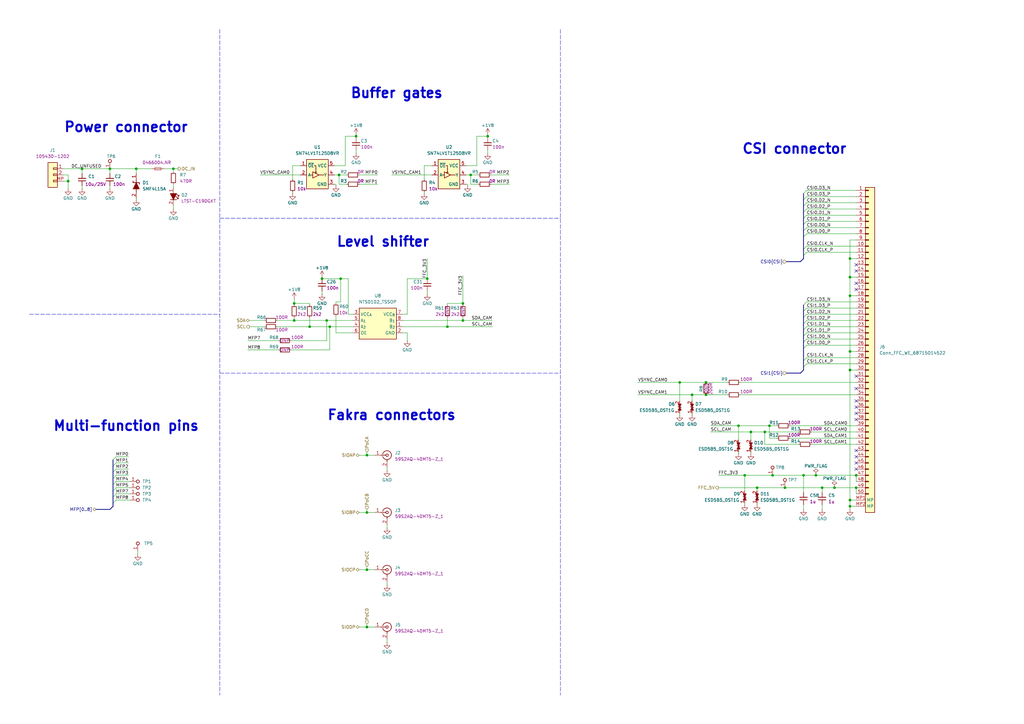
<source format=kicad_sch>
(kicad_sch (version 20211123) (generator eeschema)
  (paper "A3")
  (title_block (title "GMSL Deserializer") (date "2023-12-12") (rev "1.0.0") (company "Antmicro Ltd") (comment 1 "www.antmicro.com"))
  (junction (at 289.56 156.845))
  (junction (at 71.12 69.215))
  (junction (at 127 133.985))
  (junction (at 302.895 174.625))
  (junction (at 348.615 113.665))
  (junction (at 150.495 233.68))
  (junction (at 33.655 69.215))
  (junction (at 348.615 207.645))
  (junction (at 183.515 133.985))
  (junction (at 307.975 177.165))
  (junction (at 193.04 71.755))
  (junction (at 342.265 200.025))
  (junction (at 351.155 194.945))
  (junction (at 120.65 131.445))
  (junction (at 189.865 124.46))
  (junction (at 133.985 131.445))
  (junction (at 200.025 55.88))
  (junction (at 120.65 124.46))
  (junction (at 283.845 161.925))
  (junction (at 348.615 144.145))
  (junction (at 348.615 121.285))
  (junction (at 321.945 200.025))
  (junction (at 139.065 71.755))
  (junction (at 278.765 156.845))
  (junction (at 45.085 69.215))
  (junction (at 337.185 200.025))
  (junction (at 135.255 133.985))
  (junction (at 289.56 161.925))
  (junction (at 313.69 177.165))
  (junction (at 348.615 106.045))
  (junction (at 150.495 210.185))
  (junction (at 316.865 194.945))
  (junction (at 150.495 257.175))
  (junction (at 55.88 69.215))
  (junction (at 175.26 114.3))
  (junction (at 348.615 205.105))
  (junction (at 305.435 194.945))
  (junction (at 146.05 55.88))
  (junction (at 315.595 174.625))
  (junction (at 27.94 74.295))
  (junction (at 334.645 194.945))
  (junction (at 348.615 151.765))
  (junction (at 351.155 200.025))
  (junction (at 329.565 194.945))
  (junction (at 310.515 200.025))
  (junction (at 139.7 114.3))
  (junction (at 150.495 186.69))
  (junction (at 132.08 114.3))
  (junction (at 189.865 131.445))
  (no_connect (at 351.155 164.465))
  (no_connect (at 351.155 159.385))
  (no_connect (at 351.155 111.125))
  (no_connect (at 351.155 184.785))
  (no_connect (at 351.155 172.085))
  (no_connect (at 351.155 169.545))
  (no_connect (at 351.155 108.585))
  (no_connect (at 351.155 118.745))
  (no_connect (at 351.155 154.305))
  (no_connect (at 351.155 167.005))
  (no_connect (at 351.155 189.865))
  (no_connect (at 351.155 187.325))
  (no_connect (at 351.155 192.405))
  (no_connect (at 351.155 116.205))
  (bus_entry (at 330.835 126.365) (size -1.27 1.27))
  (bus_entry (at 330.835 131.445) (size -1.27 1.27))
  (bus_entry (at 330.835 136.525) (size -1.27 1.27))
  (bus_entry (at 330.835 85.725) (size -1.27 1.27))
  (bus_entry (at 330.835 78.105) (size -1.27 1.27))
  (bus_entry (at 47.625 189.865) (size -1.27 1.27))
  (bus_entry (at 47.625 194.945) (size -1.27 1.27))
  (bus_entry (at 330.835 146.685) (size -1.27 1.27))
  (bus_entry (at 330.835 133.985) (size -1.27 1.27))
  (bus_entry (at 330.835 90.805) (size -1.27 1.27))
  (bus_entry (at 330.835 88.265) (size -1.27 1.27))
  (bus_entry (at 330.835 95.885) (size -1.27 1.27))
  (bus_entry (at 47.625 187.325) (size -1.27 1.27))
  (bus_entry (at 330.835 128.905) (size -1.27 1.27))
  (bus_entry (at 330.835 100.965) (size -1.27 1.27))
  (bus_entry (at 330.835 141.605) (size -1.27 1.27))
  (bus_entry (at 330.835 93.345) (size -1.27 1.27))
  (bus_entry (at 330.835 149.225) (size -1.27 1.27))
  (bus_entry (at 330.835 139.065) (size -1.27 1.27))
  (bus_entry (at 330.835 123.825) (size -1.27 1.27))
  (bus_entry (at 330.835 103.505) (size -1.27 1.27))
  (bus_entry (at 330.835 83.185) (size -1.27 1.27))
  (bus_entry (at 47.625 197.485) (size -1.27 1.27))
  (bus_entry (at 47.625 200.025) (size -1.27 1.27))
  (bus_entry (at 47.625 202.565) (size -1.27 1.27))
  (bus_entry (at 47.625 205.105) (size -1.27 1.27))
  (bus_entry (at 47.625 192.405) (size -1.27 1.27))
  (bus_entry (at 330.835 80.645) (size -1.27 1.27))
  (wire (pts (xy 196.215 75.565) (xy 193.04 75.565)))
  (wire (pts (xy 330.835 126.365) (xy 351.155 126.365)))
  (wire (pts (xy 348.615 205.105) (xy 351.155 205.105)))
  (wire (pts (xy 167.005 114.3) (xy 167.005 128.905)))
  (wire (pts (xy 348.615 121.285) (xy 348.615 144.145)))
  (wire (pts (xy 303.53 161.925) (xy 351.155 161.925)))
  (bus (pts (xy 46.355 188.595) (xy 46.355 191.135)))
  (wire (pts (xy 195.58 67.945) (xy 195.58 55.88)))
  (wire (pts (xy 47.625 189.865) (xy 52.705 189.865)))
  (wire (pts (xy 283.845 169.545) (xy 283.845 170.18)))
  (wire (pts (xy 113.665 131.445) (xy 120.65 131.445)))
  (wire (pts (xy 189.865 124.46) (xy 189.865 125.095)))
  (wire (pts (xy 283.845 161.925) (xy 283.845 164.465)))
  (wire (pts (xy 132.08 114.3) (xy 139.7 114.3)))
  (wire (pts (xy 291.465 174.625) (xy 302.895 174.625)))
  (wire (pts (xy 137.795 124.46) (xy 137.795 123.825)))
  (wire (pts (xy 191.135 67.945) (xy 195.58 67.945)))
  (wire (pts (xy 119.38 139.7) (xy 133.985 139.7)))
  (wire (pts (xy 114.3 139.7) (xy 101.6 139.7)))
  (wire (pts (xy 302.895 185.42) (xy 302.895 186.055)))
  (wire (pts (xy 144.78 136.525) (xy 137.795 136.525)))
  (wire (pts (xy 289.56 161.925) (xy 298.45 161.925)))
  (wire (pts (xy 142.24 75.565) (xy 139.065 75.565)))
  (wire (pts (xy 147.32 186.69) (xy 150.495 186.69)))
  (wire (pts (xy 307.975 177.165) (xy 313.69 177.165)))
  (wire (pts (xy 45.085 69.215) (xy 45.085 71.12)))
  (polyline (pts (xy 90.17 12.065) (xy 90.17 285.115)))
  (wire (pts (xy 120.015 73.66) (xy 120.015 67.945)))
  (wire (pts (xy 330.835 95.885) (xy 351.155 95.885)))
  (bus (pts (xy 45.085 208.915) (xy 39.37 208.915)))
  (wire (pts (xy 261.62 161.925) (xy 283.845 161.925)))
  (bus (pts (xy 329.565 84.455) (xy 329.565 86.995)))
  (bus (pts (xy 329.565 151.765) (xy 328.295 153.035)))
  (wire (pts (xy 47.625 187.325) (xy 52.705 187.325)))
  (wire (pts (xy 47.625 202.565) (xy 53.34 202.565)))
  (wire (pts (xy 133.985 131.445) (xy 144.78 131.445)))
  (wire (pts (xy 127 124.46) (xy 127 125.095)))
  (wire (pts (xy 348.615 205.105) (xy 348.615 207.645)))
  (bus (pts (xy 46.355 198.755) (xy 46.355 201.295)))
  (wire (pts (xy 139.065 75.565) (xy 139.065 71.755)))
  (wire (pts (xy 120.65 122.555) (xy 120.65 124.46)))
  (wire (pts (xy 142.875 114.3) (xy 142.875 128.905)))
  (wire (pts (xy 316.865 194.945) (xy 329.565 194.945)))
  (wire (pts (xy 147.32 233.68) (xy 150.495 233.68)))
  (wire (pts (xy 147.32 257.175) (xy 150.495 257.175)))
  (wire (pts (xy 139.7 114.3) (xy 142.875 114.3)))
  (wire (pts (xy 119.38 143.51) (xy 135.255 143.51)))
  (wire (pts (xy 165.1 136.525) (xy 167.005 136.525)))
  (wire (pts (xy 310.515 206.375) (xy 310.515 207.01)))
  (wire (pts (xy 147.32 75.565) (xy 154.94 75.565)))
  (polyline (pts (xy 90.17 89.535) (xy 229.87 89.535)))
  (wire (pts (xy 348.615 207.645) (xy 351.155 207.645)))
  (wire (pts (xy 120.65 130.175) (xy 120.65 131.445)))
  (wire (pts (xy 313.69 177.165) (xy 327.66 177.165)))
  (wire (pts (xy 330.835 85.725) (xy 351.155 85.725)))
  (wire (pts (xy 330.835 88.265) (xy 351.155 88.265)))
  (wire (pts (xy 150.495 186.69) (xy 153.67 186.69)))
  (wire (pts (xy 135.255 143.51) (xy 135.255 133.985)))
  (wire (pts (xy 150.495 257.175) (xy 153.67 257.175)))
  (wire (pts (xy 132.08 113.665) (xy 132.08 114.3)))
  (wire (pts (xy 33.655 69.215) (xy 45.085 69.215)))
  (wire (pts (xy 348.615 121.285) (xy 351.155 121.285)))
  (bus (pts (xy 329.565 127.635) (xy 329.565 130.175)))
  (wire (pts (xy 330.835 93.345) (xy 351.155 93.345)))
  (wire (pts (xy 47.625 197.485) (xy 53.34 197.485)))
  (wire (pts (xy 139.065 71.755) (xy 142.24 71.755)))
  (wire (pts (xy 291.465 177.165) (xy 307.975 177.165)))
  (wire (pts (xy 302.895 174.625) (xy 315.595 174.625)))
  (wire (pts (xy 47.625 205.105) (xy 53.34 205.105)))
  (bus (pts (xy 329.565 150.495) (xy 329.565 151.765)))
  (wire (pts (xy 146.05 61.595) (xy 146.05 62.865)))
  (wire (pts (xy 167.005 128.905) (xy 165.1 128.905)))
  (bus (pts (xy 329.565 86.995) (xy 329.565 89.535)))
  (wire (pts (xy 160.655 71.755) (xy 177.165 71.755)))
  (wire (pts (xy 330.835 90.805) (xy 351.155 90.805)))
  (wire (pts (xy 200.025 55.245) (xy 200.025 55.88)))
  (wire (pts (xy 318.77 179.705) (xy 315.595 179.705)))
  (bus (pts (xy 46.355 203.835) (xy 46.355 206.375)))
  (wire (pts (xy 348.615 151.765) (xy 348.615 205.105)))
  (wire (pts (xy 158.75 238.76) (xy 158.75 240.03)))
  (wire (pts (xy 195.58 55.88) (xy 200.025 55.88)))
  (wire (pts (xy 183.515 133.985) (xy 201.93 133.985)))
  (wire (pts (xy 135.255 133.985) (xy 144.78 133.985)))
  (wire (pts (xy 330.835 80.645) (xy 351.155 80.645)))
  (wire (pts (xy 278.765 169.545) (xy 278.765 170.18)))
  (bus (pts (xy 328.295 107.315) (xy 322.58 107.315)))
  (wire (pts (xy 330.835 100.965) (xy 351.155 100.965)))
  (wire (pts (xy 348.615 144.145) (xy 348.615 151.765)))
  (wire (pts (xy 305.435 194.945) (xy 305.435 201.295)))
  (wire (pts (xy 55.88 81.915) (xy 55.88 81.28)))
  (bus (pts (xy 329.565 132.715) (xy 329.565 135.255)))
  (wire (pts (xy 348.615 144.145) (xy 351.155 144.145)))
  (wire (pts (xy 348.615 207.645) (xy 348.615 208.915)))
  (wire (pts (xy 71.12 69.215) (xy 71.12 70.485)))
  (wire (pts (xy 305.435 194.945) (xy 316.865 194.945)))
  (wire (pts (xy 330.835 83.185) (xy 351.155 83.185)))
  (wire (pts (xy 261.62 156.845) (xy 278.765 156.845)))
  (wire (pts (xy 150.495 208.915) (xy 150.495 210.185)))
  (wire (pts (xy 329.565 207.01) (xy 329.565 208.915)))
  (bus (pts (xy 329.565 92.075) (xy 329.565 94.615)))
  (wire (pts (xy 201.295 71.755) (xy 208.915 71.755)))
  (wire (pts (xy 307.975 177.165) (xy 307.975 180.34)))
  (wire (pts (xy 201.295 75.565) (xy 208.915 75.565)))
  (wire (pts (xy 330.835 146.685) (xy 351.155 146.685)))
  (wire (pts (xy 45.085 69.215) (xy 55.88 69.215)))
  (wire (pts (xy 348.615 98.425) (xy 348.615 106.045)))
  (wire (pts (xy 302.895 174.625) (xy 302.895 180.34)))
  (wire (pts (xy 127 133.985) (xy 135.255 133.985)))
  (wire (pts (xy 337.185 200.025) (xy 337.185 201.93)))
  (wire (pts (xy 323.85 179.705) (xy 351.155 179.705)))
  (bus (pts (xy 46.355 207.645) (xy 45.085 208.915)))
  (wire (pts (xy 305.435 206.375) (xy 305.435 207.01)))
  (bus (pts (xy 329.565 81.915) (xy 329.565 84.455)))
  (wire (pts (xy 141.605 55.88) (xy 146.05 55.88)))
  (wire (pts (xy 189.865 124.46) (xy 183.515 124.46)))
  (wire (pts (xy 120.65 131.445) (xy 133.985 131.445)))
  (bus (pts (xy 46.355 191.135) (xy 46.355 193.675)))
  (wire (pts (xy 165.1 133.985) (xy 183.515 133.985)))
  (bus (pts (xy 46.355 206.375) (xy 46.355 207.645)))
  (wire (pts (xy 120.015 67.945) (xy 123.19 67.945)))
  (wire (pts (xy 315.595 174.625) (xy 318.77 174.625)))
  (wire (pts (xy 200.025 55.88) (xy 200.025 56.515)))
  (wire (pts (xy 141.605 67.945) (xy 141.605 55.88)))
  (wire (pts (xy 189.865 113.03) (xy 189.865 124.46)))
  (wire (pts (xy 201.93 131.445) (xy 189.865 131.445)))
  (bus (pts (xy 46.355 193.675) (xy 46.355 196.215)))
  (polyline (pts (xy 90.17 153.035) (xy 229.87 153.035)))
  (wire (pts (xy 289.56 156.845) (xy 298.45 156.845)))
  (bus (pts (xy 329.565 97.155) (xy 329.565 102.235)))
  (wire (pts (xy 132.08 119.38) (xy 132.08 120.65)))
  (wire (pts (xy 323.85 174.625) (xy 351.155 174.625)))
  (polyline (pts (xy 229.87 12.065) (xy 229.87 285.115)))
  (wire (pts (xy 348.615 106.045) (xy 348.615 113.665)))
  (wire (pts (xy 330.835 128.905) (xy 351.155 128.905)))
  (bus (pts (xy 329.565 79.375) (xy 329.565 81.915)))
  (wire (pts (xy 175.26 106.045) (xy 175.26 114.3)))
  (wire (pts (xy 330.835 149.225) (xy 351.155 149.225)))
  (wire (pts (xy 55.88 69.215) (xy 62.23 69.215)))
  (wire (pts (xy 329.565 194.945) (xy 329.565 201.93)))
  (wire (pts (xy 294.64 200.025) (xy 310.515 200.025)))
  (wire (pts (xy 27.94 74.295) (xy 27.94 77.47)))
  (wire (pts (xy 191.77 75.565) (xy 191.77 76.2)))
  (polyline (pts (xy 12.065 128.905) (xy 90.17 128.905)))
  (wire (pts (xy 158.75 262.255) (xy 158.75 263.525)))
  (wire (pts (xy 351.155 98.425) (xy 348.615 98.425)))
  (wire (pts (xy 330.835 139.065) (xy 351.155 139.065)))
  (wire (pts (xy 337.185 200.025) (xy 342.265 200.025)))
  (wire (pts (xy 114.3 143.51) (xy 101.6 143.51)))
  (wire (pts (xy 137.795 75.565) (xy 137.795 76.2)))
  (wire (pts (xy 56.515 226.06) (xy 56.515 227.33)))
  (wire (pts (xy 71.12 69.215) (xy 73.025 69.215)))
  (wire (pts (xy 113.665 133.985) (xy 127 133.985)))
  (wire (pts (xy 150.495 255.905) (xy 150.495 257.175)))
  (wire (pts (xy 106.68 71.755) (xy 123.19 71.755)))
  (wire (pts (xy 27.94 71.755) (xy 27.94 74.295)))
  (wire (pts (xy 348.615 151.765) (xy 351.155 151.765)))
  (wire (pts (xy 175.26 119.38) (xy 175.26 120.65)))
  (bus (pts (xy 329.565 135.255) (xy 329.565 137.795)))
  (bus (pts (xy 329.565 89.535) (xy 329.565 92.075)))
  (wire (pts (xy 150.495 232.41) (xy 150.495 233.68)))
  (wire (pts (xy 26.035 69.215) (xy 33.655 69.215)))
  (wire (pts (xy 330.835 78.105) (xy 351.155 78.105)))
  (wire (pts (xy 330.835 123.825) (xy 351.155 123.825)))
  (wire (pts (xy 33.655 77.47) (xy 33.655 76.2)))
  (wire (pts (xy 330.835 133.985) (xy 351.155 133.985)))
  (wire (pts (xy 173.99 73.66) (xy 173.99 67.945)))
  (wire (pts (xy 158.75 215.265) (xy 158.75 216.535)))
  (wire (pts (xy 307.975 185.42) (xy 307.975 186.055)))
  (bus (pts (xy 329.565 142.875) (xy 329.565 147.955)))
  (wire (pts (xy 120.015 78.74) (xy 120.015 79.375)))
  (wire (pts (xy 351.155 197.485) (xy 351.155 194.945)))
  (wire (pts (xy 150.495 185.42) (xy 150.495 186.69)))
  (wire (pts (xy 147.32 71.755) (xy 154.94 71.755)))
  (wire (pts (xy 137.16 71.755) (xy 139.065 71.755)))
  (wire (pts (xy 45.085 76.2) (xy 45.085 77.47)))
  (wire (pts (xy 137.795 136.525) (xy 137.795 129.54)))
  (wire (pts (xy 26.035 74.295) (xy 27.94 74.295)))
  (wire (pts (xy 165.1 131.445) (xy 189.865 131.445)))
  (wire (pts (xy 47.625 192.405) (xy 52.705 192.405)))
  (bus (pts (xy 46.355 196.215) (xy 46.355 198.755)))
  (wire (pts (xy 175.26 114.3) (xy 167.005 114.3)))
  (wire (pts (xy 332.74 177.165) (xy 351.155 177.165)))
  (wire (pts (xy 330.835 131.445) (xy 351.155 131.445)))
  (wire (pts (xy 193.04 75.565) (xy 193.04 71.755)))
  (wire (pts (xy 102.235 131.445) (xy 108.585 131.445)))
  (wire (pts (xy 283.845 161.925) (xy 289.56 161.925)))
  (wire (pts (xy 327.66 182.245) (xy 313.69 182.245)))
  (wire (pts (xy 191.135 75.565) (xy 191.77 75.565)))
  (wire (pts (xy 47.625 194.945) (xy 52.705 194.945)))
  (wire (pts (xy 348.615 113.665) (xy 351.155 113.665)))
  (wire (pts (xy 173.99 78.74) (xy 173.99 79.375)))
  (bus (pts (xy 329.565 104.775) (xy 329.565 106.045)))
  (wire (pts (xy 337.185 207.01) (xy 337.185 208.915)))
  (wire (pts (xy 191.135 71.755) (xy 193.04 71.755)))
  (wire (pts (xy 167.005 136.525) (xy 167.005 139.7)))
  (wire (pts (xy 278.765 156.845) (xy 278.765 164.465)))
  (wire (pts (xy 146.05 55.88) (xy 146.05 56.515)))
  (wire (pts (xy 142.875 128.905) (xy 144.78 128.905)))
  (wire (pts (xy 158.75 191.77) (xy 158.75 193.04)))
  (bus (pts (xy 46.355 201.295) (xy 46.355 203.835)))
  (wire (pts (xy 183.515 124.46) (xy 183.515 125.095)))
  (bus (pts (xy 329.565 147.955) (xy 329.565 150.495)))
  (wire (pts (xy 102.235 133.985) (xy 108.585 133.985)))
  (wire (pts (xy 332.74 182.245) (xy 351.155 182.245)))
  (wire (pts (xy 55.88 69.215) (xy 55.88 71.12)))
  (wire (pts (xy 321.945 200.025) (xy 310.515 200.025)))
  (wire (pts (xy 120.65 124.46) (xy 120.65 125.095)))
  (wire (pts (xy 330.835 103.505) (xy 351.155 103.505)))
  (wire (pts (xy 71.12 75.565) (xy 71.12 76.835)))
  (wire (pts (xy 137.795 123.825) (xy 139.7 123.825)))
  (wire (pts (xy 139.7 123.825) (xy 139.7 114.3)))
  (wire (pts (xy 303.53 156.845) (xy 351.155 156.845)))
  (wire (pts (xy 147.32 210.185) (xy 150.495 210.185)))
  (wire (pts (xy 330.835 141.605) (xy 351.155 141.605)))
  (wire (pts (xy 26.035 71.755) (xy 27.94 71.755)))
  (wire (pts (xy 137.16 75.565) (xy 137.795 75.565)))
  (wire (pts (xy 146.05 55.245) (xy 146.05 55.88)))
  (wire (pts (xy 348.615 106.045) (xy 351.155 106.045)))
  (wire (pts (xy 120.65 124.46) (xy 127 124.46)))
  (wire (pts (xy 313.69 182.245) (xy 313.69 177.165)))
  (bus (pts (xy 329.565 130.175) (xy 329.565 132.715)))
  (bus (pts (xy 329.565 140.335) (xy 329.565 142.875)))
  (wire (pts (xy 71.12 84.455) (xy 71.12 85.725)))
  (wire (pts (xy 351.155 202.565) (xy 351.155 200.025)))
  (wire (pts (xy 67.31 69.215) (xy 71.12 69.215)))
  (wire (pts (xy 348.615 113.665) (xy 348.615 121.285)))
  (bus (pts (xy 329.565 125.095) (xy 329.565 127.635)))
  (wire (pts (xy 200.025 61.595) (xy 200.025 62.865)))
  (wire (pts (xy 193.04 71.755) (xy 196.215 71.755)))
  (wire (pts (xy 127 130.175) (xy 127 133.985)))
  (wire (pts (xy 321.945 200.025) (xy 337.185 200.025)))
  (wire (pts (xy 173.99 67.945) (xy 177.165 67.945)))
  (bus (pts (xy 329.565 94.615) (xy 329.565 97.155)))
  (bus (pts (xy 329.565 106.045) (xy 328.295 107.315)))
  (wire (pts (xy 334.645 194.945) (xy 351.155 194.945)))
  (wire (pts (xy 189.865 130.175) (xy 189.865 131.445)))
  (wire (pts (xy 315.595 179.705) (xy 315.595 174.625)))
  (wire (pts (xy 33.655 69.215) (xy 33.655 71.12)))
  (bus (pts (xy 329.565 137.795) (xy 329.565 140.335)))
  (bus (pts (xy 329.565 102.235) (xy 329.565 104.775)))
  (wire (pts (xy 342.265 200.025) (xy 351.155 200.025)))
  (wire (pts (xy 150.495 210.185) (xy 153.67 210.185)))
  (wire (pts (xy 133.985 139.7) (xy 133.985 131.445)))
  (wire (pts (xy 330.835 136.525) (xy 351.155 136.525)))
  (bus (pts (xy 328.295 153.035) (xy 322.58 153.035)))
  (wire (pts (xy 150.495 233.68) (xy 153.67 233.68)))
  (wire (pts (xy 310.515 200.025) (xy 310.515 201.295)))
  (wire (pts (xy 329.565 194.945) (xy 334.645 194.945)))
  (wire (pts (xy 294.64 194.945) (xy 305.435 194.945)))
  (wire (pts (xy 183.515 130.175) (xy 183.515 133.985)))
  (wire (pts (xy 137.16 67.945) (xy 141.605 67.945)))
  (wire (pts (xy 278.765 156.845) (xy 289.56 156.845)))
  (wire (pts (xy 47.625 200.025) (xy 53.34 200.025)))
  (text "Multi-function pins" (at 21.59 177.165 0) (effects (font (size 4 4) (thickness 0.8) bold) (justify left bottom)))
  (text "CSI connector" (at 304.165 63.5 0) (effects (font (size 4 4) (thickness 0.8) bold) (justify left bottom)))
  (text "Fakra connectors" (at 133.985 172.72 0) (effects (font (size 4 4) (thickness 0.8) bold) (justify left bottom)))
  (text "Buffer gates" (at 143.51 40.64 0) (effects (font (size 4 4) (thickness 0.8) bold) (justify left bottom)))
  (text "Power connector" (at 26.035 54.61 0) (effects (font (size 4 4) (thickness 0.8) bold) (justify left bottom)))
  (text "Level shifter" (at 137.795 101.6 0) (effects (font (size 4 4) (thickness 0.8) bold) (justify left bottom)))
  (label "VSYNC_CAM0" (at 106.68 71.755 0))
  (label "CSI0.CLK_P" (at 330.835 103.505 0))
  (label "MFP1" (at 154.94 75.565 180))
  (label "MFP1" (at 52.705 189.865 180))
  (label "MFP0" (at 154.94 71.755 180))
  (label "CSI0.D1_N" (at 330.835 88.265 0))
  (label "CSI1.CLK_N" (at 330.835 146.685 0))
  (label "MFP3" (at 52.705 194.945 180))
  (label "SCL_CAM0" (at 337.82 177.165 0))
  (label "MFP5" (at 52.705 200.025 180))
  (label "VSYNC_CAM1" (at 261.62 161.925 0))
  (label "CSI0.CLK_N" (at 330.835 100.965 0))
  (label "SCL_CAM" (at 201.93 133.985 180))
  (label "FFC_3V3" (at 189.865 113.03 270))
  (label "MFP7" (at 52.705 202.565 180))
  (label "VSYNC_CAM0" (at 261.62 156.845 0))
  (label "CSI1.D0_N" (at 330.835 139.065 0))
  (label "CSI1.D3_N" (at 330.835 123.825 0))
  (label "CSI0.D2_P" (at 330.835 85.725 0))
  (label "SDA_CAM1" (at 337.82 179.705 0))
  (label "SCL_CAM" (at 291.465 177.165 0))
  (label "CSI0.D2_N" (at 330.835 83.185 0))
  (label "SDA_CAM0" (at 337.82 174.625 0))
  (label "SCL_CAM1" (at 337.82 182.245 0))
  (label "CSI0.D0_P" (at 330.835 95.885 0))
  (label "CSI1.CLK_P" (at 330.835 149.225 0))
  (label "CSI0.D1_P" (at 330.835 90.805 0))
  (label "MFP8" (at 52.705 205.105 180))
  (label "SDA_CAM" (at 201.93 131.445 180))
  (label "MFP7" (at 101.6 139.7 0))
  (label "FFC_3V3" (at 294.64 194.945 0))
  (label "CSI1.D3_P" (at 330.835 126.365 0))
  (label "CSI1.D1_N" (at 330.835 133.985 0))
  (label "CSI0.D3_P" (at 330.835 80.645 0))
  (label "SDA_CAM" (at 291.465 174.625 0))
  (label "CSI1.D1_P" (at 330.835 136.525 0))
  (label "DC_UNFUSED" (at 29.21 69.215 0))
  (label "CSI1.D2_P" (at 330.835 131.445 0))
  (label "CSI1.D2_N" (at 330.835 128.905 0))
  (label "MFP3" (at 208.915 75.565 180))
  (label "MFP8" (at 101.6 143.51 0))
  (label "CSI0.D0_N" (at 330.835 93.345 0))
  (label "MFP0" (at 52.705 187.325 180))
  (label "FFC_3V3" (at 175.26 106.045 270))
  (label "MFP4" (at 52.705 197.485 180))
  (label "CSI0.D3_N" (at 330.835 78.105 0))
  (label "MFP2" (at 208.915 71.755 180))
  (label "VSYNC_CAM1" (at 160.655 71.755 0))
  (label "CSI1.D0_P" (at 330.835 141.605 0))
  (label "MFP2" (at 52.705 192.405 180))
  (hierarchical_label "SIOCP" (shape bidirectional) (at 147.32 233.68 180))
  (hierarchical_label "CSI1{CSI}" (shape input) (at 322.58 153.035 180))
  (hierarchical_label "PoCD" (shape input) (at 150.495 255.905 90))
  (hierarchical_label "PoCB" (shape input) (at 150.495 208.915 90))
  (hierarchical_label "CSI0{CSI}" (shape input) (at 322.58 107.315 180))
  (hierarchical_label "SIOAP" (shape bidirectional) (at 147.32 186.69 180))
  (hierarchical_label "SCL" (shape output) (at 102.235 133.985 180))
  (hierarchical_label "SDA" (shape bidirectional) (at 102.235 131.445 180))
  (hierarchical_label "FFC_5V" (shape output) (at 294.64 200.025 180))
  (hierarchical_label "MFP[0..8]" (shape bidirectional) (at 39.37 208.915 180))
  (hierarchical_label "SIOBP" (shape bidirectional) (at 147.32 210.185 180))
  (hierarchical_label "PoCA" (shape input) (at 150.495 185.42 90))
  (hierarchical_label "SIODP" (shape bidirectional) (at 147.32 257.175 180))
  (hierarchical_label "DC_IN" (shape output) (at 73.025 69.215 0))
  (hierarchical_label "PoCC" (shape input) (at 150.495 232.41 90))
  (symbol (lib_id "antmicroTVSDiodes:ESD5B5_0ST1G") (at 278.765 169.545 90) (unit 1)
    (property "Reference" "D6" (at 276.86 165.735 90) (effects (justify left)))
    (property "Value" "ESD5B5_0ST1G" (at 262.255 168.275 90) (effects (justify right)))
    (property "Footprint" "antmicro-footprints:SOD-523_NP" (effects hide))
    (property "Datasheet" "https://www.mouser.com/datasheet/2/308/ESD5B5_0ST1_D-1805066.pdf" (effects hide))
    (property "Manufacturer" "ON Semiconductor" (effects hide))
    (property "MPN" "ESD5B5.0ST1G" (effects hide))
    (property "Author" "Antmicro" (effects hide))
    (property "License" "Apache-2.0" (effects hide))
  )
  (symbol (lib_id "antmicroResistors0402:R_10k_0402") (at 137.795 129.54 90) (unit 1)
    (property "Reference" "R60" (at 139.065 125.73 90) (effects (justify right)))
    (property "Value" "R_10k_0402" (effects hide))
    (property "Footprint" "antmicro-footprints:R_0402_1005Metric" (effects hide))
    (property "Datasheet" "https://www.bourns.com/docs/product-datasheets/cr.pdf" (effects hide))
    (property "MPN" "CR0402-FX-1002GLF" (effects hide))
    (property "Manufacturer" "Bourns" (effects hide))
    (property "License" "Apache-2.0" (effects hide))
    (property "Author" "Antmicro" (effects hide))
    (property "Val" "10k" (at 139.065 128.27 90) (effects (justify right)))
    (property "Tolerance" "1%" (effects hide))
  )
  (symbol (lib_id "antmicroCapacitors0402:C_100n_0402") (at 175.26 119.38 270) (mirror x) (unit 1)
    (property "Reference" "C31" (at 173.355 115.57 90) (effects (justify right)))
    (property "Value" "C_100n_0402" (effects hide))
    (property "Footprint" "antmicro-footprints:C_0402_1005Metric" (effects hide))
    (property "Datasheet" "https://www.murata.com/products/productdetail?partno=GRM155R61H104KE14%23" (effects hide))
    (property "MPN" "GRM155R61H104KE14D" (effects hide))
    (property "Manufacturer" "Murata" (effects hide))
    (property "License" "Apache-2.0" (effects hide))
    (property "Author" "Antmicro" (effects hide))
    (property "Val" "100n" (at 173.355 118.11 90) (effects (justify right)))
    (property "Voltage" "50V" (effects hide))
    (property "Dielectric" "X5R" (effects hide))
  )
  (symbol (lib_id "antmicropower:+1V8") (at 132.08 113.665 0) (mirror y) (unit 1)
    (property "Reference" "#PWR02" (effects hide))
    (property "Value" "+1V8" (at 132.08 109.855 0))
    (property "Author" "Antmicro" (effects hide))
    (property "License" "Apache-2.0" (effects hide))
  )
  (symbol (lib_id "antmicroCapacitors0402:C_100n_0402") (at 132.08 119.38 90) (unit 1)
    (property "Reference" "C26" (at 133.985 115.57 90) (effects (justify right)))
    (property "Value" "C_100n_0402" (effects hide))
    (property "Footprint" "antmicro-footprints:C_0402_1005Metric" (effects hide))
    (property "Datasheet" "https://www.murata.com/products/productdetail?partno=GRM155R61H104KE14%23" (effects hide))
    (property "MPN" "GRM155R61H104KE14D" (effects hide))
    (property "Manufacturer" "Murata" (effects hide))
    (property "License" "Apache-2.0" (effects hide))
    (property "Author" "Antmicro" (effects hide))
    (property "Val" "100n" (at 133.985 118.11 90) (effects (justify right)))
    (property "Voltage" "50V" (effects hide))
    (property "Dielectric" "X5R" (effects hide))
  )
  (symbol (lib_id "antmicroCoaxialConnectorsRF:Conn_FAKRA_59S2AQ-40MT5-Z_1") (at 153.67 210.185 0) (unit 1)
    (property "Reference" "J3" (at 161.925 209.2716 0) (effects (justify left)))
    (property "Value" "Conn_FAKRA_59S2AQ-40MT5-Z_1" (effects hide))
    (property "Footprint" "antmicro-footprints:Conn_FAKRA_59S2AQ-40MT5-Z_1" (effects hide))
    (property "Datasheet" "https://products.rosenberger.com/radio-frequency/connectors/288881/59s2aq-40mt5-z-1-right-angle-plug-pcb-w.-housing" (effects hide))
    (property "MPN" "59S2AQ-40MT5-Z_1" (at 161.925 211.8116 0) (effects (justify left)))
    (property "Manufacturer" "Rosenberger" (effects hide))
    (property "Author" "Antmicro" (effects hide))
    (property "License" "Apache-2.0" (effects hide))
  )
  (symbol (lib_id "antmicropower:GND") (at 167.005 139.7 0) (unit 1)
    (property "Reference" "#PWR04" (effects hide))
    (property "Value" "GND" (at 167.005 143.51 0))
    (property "Author" "Antmicro" (effects hide))
    (property "License" "Apache-2.0" (effects hide))
  )
  (symbol (lib_id "antmicroCapacitors0402:C_100n_0402") (at 146.05 61.595 90) (unit 1)
    (property "Reference" "C3" (at 147.955 57.785 90) (effects (justify right)))
    (property "Value" "C_100n_0402" (effects hide))
    (property "Footprint" "antmicro-footprints:C_0402_1005Metric" (effects hide))
    (property "Datasheet" "https://www.murata.com/products/productdetail?partno=GRM155R61H104KE14%23" (effects hide))
    (property "MPN" "GRM155R61H104KE14D" (effects hide))
    (property "Manufacturer" "Murata" (effects hide))
    (property "License" "Apache-2.0" (effects hide))
    (property "Author" "Antmicro" (effects hide))
    (property "Val" "100n" (at 147.955 60.325 90) (effects (justify right)))
    (property "Voltage" "50V" (effects hide))
    (property "Dielectric" "X5R" (effects hide))
  )
  (symbol (lib_id "antmicropower:GND") (at 158.75 263.525 0) (unit 1)
    (property "Reference" "#PWR0107" (effects hide))
    (property "Value" "GND" (at 158.75 267.335 0))
    (property "Author" "Antmicro" (effects hide))
    (property "License" "Apache-2.0" (effects hide))
  )
  (symbol (lib_id "antmicroLEDIndicationDiscrete:LED_G_0603_LTST-C190GKT") (at 71.12 76.835 270) (unit 1)
    (property "Reference" "D2" (at 74.295 80.01 90) (effects (justify left)))
    (property "Value" "LED_G_0603_LTST-C190GKT" (effects hide))
    (property "Footprint" "antmicro-footprints:LED_0603_1608Metric_G" (effects hide))
    (property "Datasheet" "https://media.digikey.com/pdf/Data%20Sheets/Lite-On%20PDFs/LTST-C190GKT.pdf" (effects hide))
    (property "MPN" "LTST-C190GKT" (at 74.295 83.185 90) (effects (justify left bottom)))
    (property "Manufacturer" "Lite-On" (effects hide))
    (property "Author" "Antmicro" (effects hide))
    (property "License" "Apache-2.0" (effects hide))
    (property "VSD_class" "LED" (effects hide))
  )
  (symbol (lib_id "antmicropower:+1V8") (at 120.65 122.555 0) (mirror y) (unit 1)
    (property "Reference" "#PWR01" (effects hide))
    (property "Value" "+1V8" (at 120.65 118.745 0))
    (property "Author" "Antmicro" (effects hide))
    (property "License" "Apache-2.0" (effects hide))
  )
  (symbol (lib_id "antmicropower:+1V8") (at 200.025 55.245 0) (unit 1)
    (property "Reference" "#PWR015" (effects hide))
    (property "Value" "+1V8" (at 200.025 51.435 0))
    (property "Author" "Antmicro" (effects hide))
    (property "License" "Apache-2.0" (effects hide))
  )
  (symbol (lib_id "antmicroTVSDiodes:ESD5B5_0ST1G") (at 305.435 206.375 90) (unit 1)
    (property "Reference" "D9" (at 303.53 202.565 90) (effects (justify left)))
    (property "Value" "ESD5B5_0ST1G" (at 288.925 205.105 90) (effects (justify right)))
    (property "Footprint" "antmicro-footprints:SOD-523_NP" (effects hide))
    (property "Datasheet" "https://www.mouser.com/datasheet/2/308/ESD5B5_0ST1_D-1805066.pdf" (effects hide))
    (property "Manufacturer" "ON Semiconductor" (effects hide))
    (property "MPN" "ESD5B5.0ST1G" (effects hide))
    (property "Author" "Antmicro" (effects hide))
    (property "License" "Apache-2.0" (effects hide))
  )
  (symbol (lib_id "antmicropower:GND") (at 283.845 170.18 0) (unit 1)
    (property "Reference" "#PWR08" (effects hide))
    (property "Value" "GND" (at 283.845 173.99 0))
    (property "Author" "Antmicro" (effects hide))
    (property "License" "Apache-2.0" (effects hide))
  )
  (symbol (lib_id "antmicropower:GND") (at 158.75 240.03 0) (unit 1)
    (property "Reference" "#PWR0106" (effects hide))
    (property "Value" "GND" (at 158.75 243.84 0))
    (property "Author" "Antmicro" (effects hide))
    (property "License" "Apache-2.0" (effects hide))
  )
  (symbol (lib_id "antmicropower:GND") (at 305.435 207.01 0) (unit 1)
    (property "Reference" "#PWR0115" (effects hide))
    (property "Value" "GND" (at 305.435 210.82 0))
    (property "Author" "Antmicro" (effects hide))
    (property "License" "Apache-2.0" (effects hide))
  )
  (symbol (lib_id "antmicroTVSDiodes:ESD5B5_0ST1G") (at 307.975 185.42 90) (unit 1)
    (property "Reference" "D10" (at 309.245 181.61 90) (effects (justify right)))
    (property "Value" "ESD5B5_0ST1G" (at 309.245 184.15 90) (effects (justify right)))
    (property "Footprint" "antmicro-footprints:SOD-523_NP" (effects hide))
    (property "Datasheet" "https://www.mouser.com/datasheet/2/308/ESD5B5_0ST1_D-1805066.pdf" (effects hide))
    (property "Manufacturer" "ON Semiconductor" (effects hide))
    (property "MPN" "ESD5B5.0ST1G" (effects hide))
    (property "Author" "Antmicro" (effects hide))
    (property "License" "Apache-2.0" (effects hide))
  )
  (symbol (lib_id "antmicroResistors0402:R_0R_0402") (at 201.295 71.755 0) (mirror y) (unit 1)
    (property "Reference" "R5" (at 194.945 70.485 0))
    (property "Value" "R_0R_0402" (effects hide))
    (property "Footprint" "antmicro-footprints:R_0402_1005Metric" (effects hide))
    (property "Datasheet" "https://industrial.panasonic.com/cdbs/www-data/pdf/RDA0000/AOA0000C301.pdf" (effects hide))
    (property "MPN" "ERJ2GE0R00X" (effects hide))
    (property "Manufacturer" "Panasonic" (effects hide))
    (property "License" "Apache-2.0" (effects hide))
    (property "Author" "Antmicro" (effects hide))
    (property "Val" "0R" (at 201.93 70.485 0))
    (property "Current" "1A" (effects hide))
  )
  (symbol (lib_id "antmicropower:GND") (at 302.895 186.055 0) (unit 1)
    (property "Reference" "#PWR0114" (effects hide))
    (property "Value" "GND" (at 302.895 189.865 0))
    (property "Author" "Antmicro" (effects hide))
    (property "License" "Apache-2.0" (effects hide))
  )
  (symbol (lib_id "antmicropower:GND") (at 71.12 85.725 0) (unit 1)
    (property "Reference" "#PWR017" (effects hide))
    (property "Value" "GND" (at 71.12 89.535 0))
    (property "Author" "Antmicro" (effects hide))
    (property "License" "Apache-2.0" (effects hide))
  )
  (symbol (lib_id "antmicroResistors0402:R_100R_0402") (at 298.45 161.925 0) (unit 1)
    (property "Reference" "R10" (at 298.45 160.655 0) (effects (justify right)))
    (property "Value" "R_100R_0402" (effects hide))
    (property "Footprint" "antmicro-footprints:R_0402_1005Metric" (effects hide))
    (property "Datasheet" "https://www.bourns.com/docs/product-datasheets/cr.pdf" (effects hide))
    (property "MPN" "CR0402-FX-1000GLF" (effects hide))
    (property "Manufacturer" "Bourns" (effects hide))
    (property "License" "Apache-2.0" (effects hide))
    (property "Author" "Antmicro" (effects hide))
    (property "Val" "100R" (at 306.07 160.655 0))
    (property "Tolerance" "1%" (effects hide))
  )
  (symbol (lib_id "antmicroCapacitors0603:C_10u_25V_0603") (at 33.655 76.2 90) (unit 1)
    (property "Reference" "C1" (at 36.195 72.3835 90) (effects (justify right)))
    (property "Value" "C_10u_25V_0603" (effects hide))
    (property "Footprint" "antmicro-footprints:C_0603_1608Metric" (effects hide))
    (property "Datasheet" "https://product.tdk.com/en/search/capacitor/ceramic/mlcc/info?part_no=C1608X5R1E106M080AC" (effects hide))
    (property "MPN" "C1608X5R1E106M080AC" (effects hide))
    (property "Manufacturer" "TDK" (effects hide))
    (property "License" "Apache-2.0" (effects hide))
    (property "Author" "Antmicro" (effects hide))
    (property "Val" "10u/25V" (at 34.925 75.565 90) (effects (justify right)))
  )
  (symbol (lib_id "antmicroCoaxialConnectorsRF:Conn_FAKRA_59S2AQ-40MT5-Z_1") (at 153.67 233.68 0) (unit 1)
    (property "Reference" "J4" (at 161.925 232.7666 0) (effects (justify left)))
    (property "Value" "Conn_FAKRA_59S2AQ-40MT5-Z_1" (effects hide))
    (property "Footprint" "antmicro-footprints:Conn_FAKRA_59S2AQ-40MT5-Z_1" (effects hide))
    (property "Datasheet" "https://products.rosenberger.com/radio-frequency/connectors/288881/59s2aq-40mt5-z-1-right-angle-plug-pcb-w.-housing" (effects hide))
    (property "MPN" "59S2AQ-40MT5-Z_1" (at 161.925 235.3066 0) (effects (justify left)))
    (property "Manufacturer" "Rosenberger" (effects hide))
    (property "Author" "Antmicro" (effects hide))
    (property "License" "Apache-2.0" (effects hide))
  )
  (symbol (lib_id "antmicropower:GND") (at 307.975 186.055 0) (unit 1)
    (property "Reference" "#PWR0116" (effects hide))
    (property "Value" "GND" (at 307.975 189.865 0))
    (property "Author" "Antmicro" (effects hide))
    (property "License" "Apache-2.0" (effects hide))
  )
  (symbol (lib_id "antmicroTestPoints:TP_0.75mm_SMD") (at 321.945 200.025 90) (unit 1)
    (property "Reference" "TP7" (at 323.215 196.85 90) (effects (justify right)))
    (property "Value" "TP_0.75mm_SMD" (effects hide))
    (property "Footprint" "antmicro-footprints:TP_SMD_0.75mm" (effects hide))
    (property "Author" "Antmicro" (effects hide))
    (property "License" "Apache-2.0" (effects hide))
  )
  (symbol (lib_id "antmicroResistors0402:R_10k_0402") (at 173.99 78.74 90) (unit 1)
    (property "Reference" "R4" (at 175.895 74.9299 90) (effects (justify right)))
    (property "Value" "R_10k_0402" (effects hide))
    (property "Footprint" "antmicro-footprints:R_0402_1005Metric" (effects hide))
    (property "Datasheet" "https://www.bourns.com/docs/product-datasheets/cr.pdf" (effects hide))
    (property "MPN" "CR0402-FX-1002GLF" (effects hide))
    (property "Manufacturer" "Bourns" (effects hide))
    (property "License" "Apache-2.0" (effects hide))
    (property "Author" "Antmicro" (effects hide))
    (property "Val" "10k" (at 175.895 77.4699 90) (effects (justify right)))
    (property "Tolerance" "1%" (effects hide))
  )
  (symbol (lib_id "antmicroCapacitors0402:C_100n_0402") (at 200.025 61.595 90) (unit 1)
    (property "Reference" "C4" (at 201.93 57.785 90) (effects (justify right)))
    (property "Value" "C_100n_0402" (effects hide))
    (property "Footprint" "antmicro-footprints:C_0402_1005Metric" (effects hide))
    (property "Datasheet" "https://www.murata.com/products/productdetail?partno=GRM155R61H104KE14%23" (effects hide))
    (property "MPN" "GRM155R61H104KE14D" (effects hide))
    (property "Manufacturer" "Murata" (effects hide))
    (property "License" "Apache-2.0" (effects hide))
    (property "Author" "Antmicro" (effects hide))
    (property "Val" "100n" (at 201.93 60.325 90) (effects (justify right)))
    (property "Voltage" "50V" (effects hide))
    (property "Dielectric" "X5R" (effects hide))
  )
  (symbol (lib_id "antmicropower:GND") (at 348.615 208.915 0) (unit 1)
    (property "Reference" "#PWR019" (effects hide))
    (property "Value" "GND" (at 348.615 212.725 0))
    (property "Author" "Antmicro" (effects hide))
    (property "License" "Apache-2.0" (effects hide))
  )
  (symbol (lib_id "antmicroCapacitors0402:C_1u_0402") (at 329.565 207.01 90) (unit 1)
    (property "Reference" "C58" (at 332.105 203.1935 90) (effects (justify right)))
    (property "Value" "C_1u_0402" (effects hide))
    (property "Footprint" "antmicro-footprints:C_0402_1005Metric" (effects hide))
    (property "Datasheet" "https://product.tdk.com/en/search/capacitor/ceramic/mlcc/info?part_no=C1005X6S1A105K050BC" (effects hide))
    (property "MPN" "C1005X6S1A105K050BC" (effects hide))
    (property "Manufacturer" "TDK" (effects hide))
    (property "License" "Apache-2.0" (effects hide))
    (property "Author" "Antmicro" (effects hide))
    (property "Val" "1u" (at 332.105 205.7335 90) (effects (justify right)))
  )
  (symbol (lib_id "antmicroCoaxialConnectorsRF:Conn_FAKRA_59S2AQ-40MT5-Z_1") (at 153.67 186.69 0) (unit 1)
    (property "Reference" "J2" (at 161.925 185.7766 0) (effects (justify left)))
    (property "Value" "Conn_FAKRA_59S2AQ-40MT5-Z_1" (effects hide))
    (property "Footprint" "antmicro-footprints:Conn_FAKRA_59S2AQ-40MT5-Z_1" (effects hide))
    (property "Datasheet" "https://products.rosenberger.com/radio-frequency/connectors/288881/59s2aq-40mt5-z-1-right-angle-plug-pcb-w.-housing" (effects hide))
    (property "MPN" "59S2AQ-40MT5-Z_1" (at 161.925 188.3166 0) (effects (justify left)))
    (property "Manufacturer" "Rosenberger" (effects hide))
    (property "Author" "Antmicro" (effects hide))
    (property "License" "Apache-2.0" (effects hide))
  )
  (symbol (lib_id "antmicropower:GND") (at 310.515 207.01 0) (unit 1)
    (property "Reference" "#PWR0117" (effects hide))
    (property "Value" "GND" (at 310.515 210.82 0))
    (property "Author" "Antmicro" (effects hide))
    (property "License" "Apache-2.0" (effects hide))
  )
  (symbol (lib_id "antmicropower:GND") (at 56.515 227.33 0) (unit 1)
    (property "Reference" "#PWR0109" (effects hide))
    (property "Value" "GND" (at 56.515 231.14 0))
    (property "Author" "Antmicro" (effects hide))
    (property "License" "Apache-2.0" (effects hide))
  )
  (symbol (lib_id "antmicroCapacitors0402:C_1u_0402") (at 337.185 207.01 90) (unit 1)
    (property "Reference" "C5" (at 339.725 203.1935 90) (effects (justify right)))
    (property "Value" "C_1u_0402" (effects hide))
    (property "Footprint" "antmicro-footprints:C_0402_1005Metric" (effects hide))
    (property "Datasheet" "https://product.tdk.com/en/search/capacitor/ceramic/mlcc/info?part_no=C1005X6S1A105K050BC" (effects hide))
    (property "MPN" "C1005X6S1A105K050BC" (effects hide))
    (property "Manufacturer" "TDK" (effects hide))
    (property "License" "Apache-2.0" (effects hide))
    (property "Author" "Antmicro" (effects hide))
    (property "Val" "1u" (at 339.725 205.7335 90) (effects (justify right)))
  )
  (symbol (lib_id "antmicroTestPoints:TP_0.75mm_SMD") (at 53.34 205.105 0) (unit 1)
    (property "Reference" "TP4" (at 58.42 205.1049 0) (effects (justify left)))
    (property "Value" "TP_0.75mm_SMD" (effects hide))
    (property "Footprint" "antmicro-footprints:TP_SMD_0.75mm" (effects hide))
    (property "Author" "Antmicro" (effects hide))
    (property "License" "Apache-2.0" (effects hide))
  )
  (symbol (lib_id "antmicroFuses:F_4A_1206") (at 62.23 69.215 0) (unit 1)
    (property "Reference" "F1" (at 64.77 64.135 0))
    (property "Value" "F_4A_1206" (effects hide))
    (property "Footprint" "antmicro-footprints:F_1206_3216Metric" (effects hide))
    (property "Datasheet" "https://www.littelfuse.com/media?resourcetype=datasheets&itemid=dbe9bcd7-6072-4adf-bf5b-d33e52a6b90f&filename=littelfuse-fuse-466-datasheet" (effects hide))
    (property "Manufacturer" "Littelfuse" (effects hide))
    (property "MPN" "0466004.NR " (at 64.77 66.675 0))
    (property "Author" "Antmicro" (effects hide))
    (property "License" "Apache-2.0" (effects hide))
  )
  (symbol (lib_id "antmicropower:GND") (at 132.08 120.65 0) (mirror y) (unit 1)
    (property "Reference" "#PWR03" (effects hide))
    (property "Value" "GND" (at 132.08 124.46 0))
    (property "Author" "Antmicro" (effects hide))
    (property "License" "Apache-2.0" (effects hide))
  )
  (symbol (lib_id "antmicropower:GND") (at 27.94 77.47 0) (unit 1)
    (property "Reference" "#PWR0101" (effects hide))
    (property "Value" "GND" (at 27.94 81.28 0))
    (property "Author" "Antmicro" (effects hide))
    (property "License" "Apache-2.0" (effects hide))
  )
  (symbol (lib_id "antmicroResistors0402:R_100R_0402") (at 114.3 143.51 0) (unit 1) (in_bom no)
    (property "Reference" "R69" (at 114.3 142.24 0) (effects (justify right)))
    (property "Value" "R_100R_0402" (effects hide))
    (property "Footprint" "antmicro-footprints:R_0402_1005Metric" (effects hide))
    (property "Datasheet" "https://www.bourns.com/docs/product-datasheets/cr.pdf" (effects hide))
    (property "MPN" "CR0402-FX-1000GLF" (effects hide))
    (property "Manufacturer" "Bourns" (effects hide))
    (property "License" "Apache-2.0" (effects hide))
    (property "Author" "Antmicro" (effects hide))
    (property "Val" "100R" (at 121.92 142.24 0))
    (property "Tolerance" "1%" (effects hide))
    (property "DNP" "DNP" (at 116.84 143.51 0))
  )
  (symbol (lib_id "antmicropower:GND") (at 146.05 62.865 0) (unit 1)
    (property "Reference" "#PWR012" (effects hide))
    (property "Value" "GND" (at 146.05 66.675 0))
    (property "Author" "Antmicro" (effects hide))
    (property "License" "Apache-2.0" (effects hide))
  )
  (symbol (lib_id "antmicroTVSDiodes:SMF4L15A") (at 55.88 81.28 90) (unit 1)
    (property "Reference" "D1" (at 58.42 74.9299 90) (effects (justify right)))
    (property "Value" "SMF4L15A" (at 58.42 77.4699 90) (effects (justify right)))
    (property "Footprint" "antmicro-footprints:SOD-123FL" (effects hide))
    (property "Datasheet" "https://www.mouser.com/datasheet/2/240/Littelfuse_TVS_Diode_SMF4L_Datasheet_pdf-1665786.pdf" (effects hide))
    (property "MPN" "SMF4L15A" (effects hide))
    (property "Manufacturer" "Infineon" (effects hide))
    (property "Author" "Antmicro" (effects hide))
    (property "License" "Apache-2.0" (effects hide))
  )
  (symbol (lib_id "antmicroResistors0402:R_2k2_0402") (at 127 130.175 90) (unit 1)
    (property "Reference" "R59" (at 128.27 126.365 90) (effects (justify right)))
    (property "Value" "R_2k2_0402" (effects hide))
    (property "Footprint" "antmicro-footprints:R_0402_1005Metric" (effects hide))
    (property "Datasheet" "https://www.bourns.com/docs/product-datasheets/cr.pdf" (effects hide))
    (property "MPN" "CR0402-FX-2201GLF" (effects hide))
    (property "Manufacturer" "Bourns" (effects hide))
    (property "License" "Apache-2.0" (effects hide))
    (property "Author" "Antmicro" (effects hide))
    (property "Val" "2k2" (at 128.27 128.905 90) (effects (justify right)))
    (property "Tolerance" "1%" (effects hide))
  )
  (symbol (lib_id "antmicroResistors0402:R_2k2_0402") (at 120.65 130.175 90) (unit 1)
    (property "Reference" "R58" (at 121.92 126.365 90) (effects (justify right)))
    (property "Value" "R_2k2_0402" (effects hide))
    (property "Footprint" "antmicro-footprints:R_0402_1005Metric" (effects hide))
    (property "Datasheet" "https://www.bourns.com/docs/product-datasheets/cr.pdf" (effects hide))
    (property "MPN" "CR0402-FX-2201GLF" (effects hide))
    (property "Manufacturer" "Bourns" (effects hide))
    (property "License" "Apache-2.0" (effects hide))
    (property "Author" "Antmicro" (effects hide))
    (property "Val" "2k2" (at 121.92 128.905 90) (effects (justify right)))
    (property "Tolerance" "1%" (effects hide))
  )
  (symbol (lib_id "antmicroResistors0402:R_0R_0402") (at 201.295 75.565 0) (mirror y) (unit 1)
    (property "Reference" "R6" (at 194.945 74.295 0))
    (property "Value" "R_0R_0402" (effects hide))
    (property "Footprint" "antmicro-footprints:R_0402_1005Metric" (effects hide))
    (property "Datasheet" "https://industrial.panasonic.com/cdbs/www-data/pdf/RDA0000/AOA0000C301.pdf" (effects hide))
    (property "MPN" "ERJ2GE0R00X" (effects hide))
    (property "Manufacturer" "Panasonic" (effects hide))
    (property "License" "Apache-2.0" (effects hide))
    (property "Author" "Antmicro" (effects hide))
    (property "Val" "0R" (at 201.93 74.295 0))
    (property "Current" "1A" (effects hide))
  )
  (symbol (lib_id "antmicropower:GND") (at 158.75 193.04 0) (unit 1)
    (property "Reference" "#PWR0108" (effects hide))
    (property "Value" "GND" (at 158.75 196.85 0))
    (property "Author" "Antmicro" (effects hide))
    (property "License" "Apache-2.0" (effects hide))
  )
  (symbol (lib_id "antmicropower:GND") (at 191.77 76.2 0) (unit 1)
    (property "Reference" "#PWR014" (effects hide))
    (property "Value" "GND" (at 191.77 80.01 0))
    (property "Author" "Antmicro" (effects hide))
    (property "License" "Apache-2.0" (effects hide))
  )
  (symbol (lib_id "antmicroTestPoints:TP_0.75mm_SMD") (at 53.34 197.485 0) (unit 1)
    (property "Reference" "TP1" (at 58.42 197.4849 0) (effects (justify left)))
    (property "Value" "TP_0.75mm_SMD" (effects hide))
    (property "Footprint" "antmicro-footprints:TP_SMD_0.75mm" (effects hide))
    (property "Author" "Antmicro" (effects hide))
    (property "License" "Apache-2.0" (effects hide))
  )
  (symbol (lib_id "antmicroCoaxialConnectorsRF:Conn_FAKRA_59S2AQ-40MT5-Z_1") (at 153.67 257.175 0) (unit 1)
    (property "Reference" "J5" (at 161.925 256.2616 0) (effects (justify left)))
    (property "Value" "Conn_FAKRA_59S2AQ-40MT5-Z_1" (effects hide))
    (property "Footprint" "antmicro-footprints:Conn_FAKRA_59S2AQ-40MT5-Z_1" (effects hide))
    (property "Datasheet" "https://products.rosenberger.com/radio-frequency/connectors/288881/59s2aq-40mt5-z-1-right-angle-plug-pcb-w.-housing" (effects hide))
    (property "MPN" "59S2AQ-40MT5-Z_1" (at 161.925 258.8016 0) (effects (justify left)))
    (property "Manufacturer" "Rosenberger" (effects hide))
    (property "Author" "Antmicro" (effects hide))
    (property "License" "Apache-2.0" (effects hide))
  )
  (symbol (lib_id "antmicropower:GND") (at 175.26 120.65 0) (unit 1)
    (property "Reference" "#PWR05" (effects hide))
    (property "Value" "GND" (at 175.26 124.46 0))
    (property "Author" "Antmicro" (effects hide))
    (property "License" "Apache-2.0" (effects hide))
  )
  (symbol (lib_id "antmicropower:GND") (at 200.025 62.865 0) (unit 1)
    (property "Reference" "#PWR016" (effects hide))
    (property "Value" "GND" (at 200.025 66.675 0))
    (property "Author" "Antmicro" (effects hide))
    (property "License" "Apache-2.0" (effects hide))
  )
  (symbol (lib_id "antmicropower:GND") (at 158.75 216.535 0) (unit 1)
    (property "Reference" "#PWR0105" (effects hide))
    (property "Value" "GND" (at 158.75 220.345 0))
    (property "Author" "Antmicro" (effects hide))
    (property "License" "Apache-2.0" (effects hide))
  )
  (symbol (lib_id "antmicropower:GND") (at 33.655 77.47 0) (unit 1)
    (property "Reference" "#PWR0103" (effects hide))
    (property "Value" "GND" (at 33.655 81.28 0))
    (property "Author" "Antmicro" (effects hide))
    (property "License" "Apache-2.0" (effects hide))
  )
  (symbol (lib_id "antmicroTestPoints:TP_0.75mm_SMD") (at 53.34 202.565 0) (unit 1)
    (property "Reference" "TP3" (at 58.42 202.5649 0) (effects (justify left)))
    (property "Value" "TP_0.75mm_SMD" (effects hide))
    (property "Footprint" "antmicro-footprints:TP_SMD_0.75mm" (effects hide))
    (property "Author" "Antmicro" (effects hide))
    (property "License" "Apache-2.0" (effects hide))
  )
  (symbol (lib_id "antmicropower:+1V8") (at 146.05 55.245 0) (unit 1)
    (property "Reference" "#PWR011" (effects hide))
    (property "Value" "+1V8" (at 146.05 51.435 0))
    (property "Author" "Antmicro" (effects hide))
    (property "License" "Apache-2.0" (effects hide))
  )
  (symbol (lib_id "antmicroResistors0402:R_100R_0402") (at 114.3 139.7 0) (unit 1) (in_bom no)
    (property "Reference" "R68" (at 114.3 138.43 0) (effects (justify right)))
    (property "Value" "R_100R_0402" (effects hide))
    (property "Footprint" "antmicro-footprints:R_0402_1005Metric" (effects hide))
    (property "Datasheet" "https://www.bourns.com/docs/product-datasheets/cr.pdf" (effects hide))
    (property "MPN" "CR0402-FX-1000GLF" (effects hide))
    (property "Manufacturer" "Bourns" (effects hide))
    (property "License" "Apache-2.0" (effects hide))
    (property "Author" "Antmicro" (effects hide))
    (property "Val" "100R" (at 121.92 138.43 0))
    (property "Tolerance" "1%" (effects hide))
    (property "DNP" "DNP" (at 116.84 139.7 0))
  )
  (symbol (lib_id "antmicroResistors0402:R_100R_0402") (at 318.77 174.625 0) (unit 1)
    (property "Reference" "R11" (at 319.405 173.355 0) (effects (justify right)))
    (property "Value" "R_100R_0402" (effects hide))
    (property "Footprint" "antmicro-footprints:R_0402_1005Metric" (effects hide))
    (property "Datasheet" "https://www.bourns.com/docs/product-datasheets/cr.pdf" (effects hide))
    (property "MPN" "CR0402-FX-1000GLF" (effects hide))
    (property "Manufacturer" "Bourns" (effects hide))
    (property "License" "Apache-2.0" (effects hide))
    (property "Author" "Antmicro" (effects hide))
    (property "Val" "100R" (at 325.755 173.355 0))
    (property "Tolerance" "1%" (effects hide))
  )
  (symbol (lib_id "antmicroCapacitors0402:C_100n_0402") (at 45.085 76.2 90) (unit 1)
    (property "Reference" "C2" (at 46.99 72.39 90) (effects (justify right)))
    (property "Value" "C_100n_0402" (effects hide))
    (property "Footprint" "antmicro-footprints:C_0402_1005Metric" (effects hide))
    (property "Datasheet" "https://www.murata.com/products/productdetail?partno=GRM155R61H104KE14%23" (effects hide))
    (property "MPN" "GRM155R61H104KE14D" (effects hide))
    (property "Manufacturer" "Murata" (effects hide))
    (property "License" "Apache-2.0" (effects hide))
    (property "Author" "Antmicro" (effects hide))
    (property "Val" "100n" (at 46.355 75.565 90) (effects (justify right)))
    (property "Voltage" "50V" (effects hide))
    (property "Dielectric" "X5R" (effects hide))
  )
  (symbol (lib_id "antmicroWire2BoardConnectors:Molex_Nano-Fit_1x2_SMD_1054301202") (at 26.035 69.215 0) (mirror y) (unit 1)
    (property "Reference" "J1" (at 21.59 61.595 0))
    (property "Value" "Molex_Nano-Fit_1x2_SMD_1054301202" (effects hide))
    (property "Footprint" "antmicro-footprints:Conn_Molex_Nano-Fit_1x2_SMD_1054301202" (effects hide))
    (property "Datasheet" "https://www.farnell.com/cad/3578051.pdf" (effects hide))
    (property "Manufacturer" "Molex" (effects hide))
    (property "MPN" "105430-1202" (at 21.59 64.135 0))
    (property "Author" "Antmicro" (effects hide))
    (property "License" "Apache-2.0" (effects hide))
  )
  (symbol (lib_id "antmicroResistors0402:R_100R_0402") (at 298.45 156.845 0) (unit 1)
    (property "Reference" "R9" (at 298.45 155.575 0) (effects (justify right)))
    (property "Value" "R_100R_0402" (effects hide))
    (property "Footprint" "antmicro-footprints:R_0402_1005Metric" (effects hide))
    (property "Datasheet" "https://www.bourns.com/docs/product-datasheets/cr.pdf" (effects hide))
    (property "MPN" "CR0402-FX-1000GLF" (effects hide))
    (property "Manufacturer" "Bourns" (effects hide))
    (property "License" "Apache-2.0" (effects hide))
    (property "Author" "Antmicro" (effects hide))
    (property "Val" "100R" (at 306.07 155.575 0))
    (property "Tolerance" "1%" (effects hide))
  )
  (symbol (lib_id "antmicroFCCConnectors:Conn_FFC_WE_68715014522") (at 351.155 78.105 0) (unit 1)
    (property "Reference" "J6" (at 360.68 142.2399 0) (effects (justify left)))
    (property "Value" "Conn_FFC_WE_68715014522" (at 360.68 144.7799 0) (effects (justify left)))
    (property "Footprint" "antmicro-footprints:Conn_FFC_WE_68715014x22" (effects hide))
    (property "Datasheet" "https://www.we-online.com/components/products/datasheet/68715014522.pdf" (effects hide))
    (property "MPN" "68715014522" (effects hide))
    (property "Manufacturer" "Würth Elektronik" (effects hide))
    (property "Author" "Antmicro" (effects hide))
    (property "License" "Apache-2.0" (effects hide))
    (property "VSD_Class" "Antmicro Dual Camera interface" (effects hide))
  )
  (symbol (lib_id "antmicroLogicTranslatorsLevelShifters:NTS0102_TSSOP") (at 144.78 128.905 0) (unit 1)
    (property "Reference" "U8" (at 154.94 121.285 0))
    (property "Value" "NTS0102_TSSOP" (at 154.94 123.825 0))
    (property "Footprint" "antmicro-footprints:TSSOP-8_3x3mm_P0.65mm" (effects hide))
    (property "Datasheet" "https://www.mouser.com/datasheet/2/302/NTS0102-1127324.pdf" (effects hide))
    (property "MPN" "NTS0102DP" (effects hide))
    (property "Manufacturer" "NXP" (effects hide))
    (property "Author" "Antmicro" (effects hide))
    (property "License" "Apache-2.0" (effects hide))
  )
  (symbol (lib_id "antmicroResistors0402:R_10k_0402") (at 120.015 78.74 90) (unit 1)
    (property "Reference" "R1" (at 121.92 74.9299 90) (effects (justify right)))
    (property "Value" "R_10k_0402" (effects hide))
    (property "Footprint" "antmicro-footprints:R_0402_1005Metric" (effects hide))
    (property "Datasheet" "https://www.bourns.com/docs/product-datasheets/cr.pdf" (effects hide))
    (property "MPN" "CR0402-FX-1002GLF" (effects hide))
    (property "Manufacturer" "Bourns" (effects hide))
    (property "License" "Apache-2.0" (effects hide))
    (property "Author" "Antmicro" (effects hide))
    (property "Val" "10k" (at 121.92 77.4699 90) (effects (justify right)))
    (property "Tolerance" "1%" (effects hide))
  )
  (symbol (lib_id "antmicropower:PWR_FLAG") (at 334.645 194.945 0) (unit 1)
    (property "Reference" "#FLG0101" (effects hide))
    (property "Value" "PWR_FLAG" (at 334.645 191.135 0))
  )
  (symbol (lib_id "antmicroTestPoints:TP_0.75mm_SMD") (at 56.515 226.06 90) (unit 1)
    (property "Reference" "TP5" (at 59.055 222.8849 90) (effects (justify right)))
    (property "Value" "TP_0.75mm_SMD" (effects hide))
    (property "Footprint" "antmicro-footprints:TP_SMD_0.75mm" (effects hide))
    (property "Author" "Antmicro" (effects hide))
    (property "License" "Apache-2.0" (effects hide))
  )
  (symbol (lib_id "antmicropower:GND") (at 329.565 208.915 0) (unit 1)
    (property "Reference" "#PWR06" (effects hide))
    (property "Value" "GND" (at 329.565 212.725 0))
    (property "Author" "Antmicro" (effects hide))
    (property "License" "Apache-2.0" (effects hide))
  )
  (symbol (lib_id "antmicroResistors0402:R_2k2_0402") (at 189.865 130.175 270) (mirror x) (unit 1) (in_bom no)
    (property "Reference" "R63" (at 188.595 126.365 90) (effects (justify right)))
    (property "Value" "R_2k2_0402" (effects hide))
    (property "Footprint" "antmicro-footprints:R_0402_1005Metric" (effects hide))
    (property "Datasheet" "https://www.bourns.com/docs/product-datasheets/cr.pdf" (effects hide))
    (property "MPN" "CR0402-FX-2201GLF" (effects hide))
    (property "Manufacturer" "Bourns" (effects hide))
    (property "License" "Apache-2.0" (effects hide))
    (property "Author" "Antmicro" (effects hide))
    (property "Val" "2k2" (at 188.595 128.905 90) (effects (justify right)))
    (property "Tolerance" "1%" (effects hide))
    (property "DNP" "DNP" (at 189.865 127.635 0))
  )
  (symbol (lib_id "antmicropower:GND") (at 278.765 170.18 0) (unit 1)
    (property "Reference" "#PWR07" (effects hide))
    (property "Value" "GND" (at 278.765 173.99 0))
    (property "Author" "Antmicro" (effects hide))
    (property "License" "Apache-2.0" (effects hide))
  )
  (symbol (lib_id "antmicroResistors0402:R_100R_0402") (at 318.77 179.705 0) (unit 1)
    (property "Reference" "R12" (at 319.405 178.435 0) (effects (justify right)))
    (property "Value" "R_100R_0402" (effects hide))
    (property "Footprint" "antmicro-footprints:R_0402_1005Metric" (effects hide))
    (property "Datasheet" "https://www.bourns.com/docs/product-datasheets/cr.pdf" (effects hide))
    (property "MPN" "CR0402-FX-1000GLF" (effects hide))
    (property "Manufacturer" "Bourns" (effects hide))
    (property "License" "Apache-2.0" (effects hide))
    (property "Author" "Antmicro" (effects hide))
    (property "Val" "100R" (at 325.755 178.435 0))
    (property "Tolerance" "1%" (effects hide))
  )
  (symbol (lib_id "antmicroTestPoints:TP_0.75mm_SMD") (at 53.34 200.025 0) (unit 1)
    (property "Reference" "TP2" (at 58.42 200.0249 0) (effects (justify left)))
    (property "Value" "TP_0.75mm_SMD" (effects hide))
    (property "Footprint" "antmicro-footprints:TP_SMD_0.75mm" (effects hide))
    (property "Author" "Antmicro" (effects hide))
    (property "License" "Apache-2.0" (effects hide))
  )
  (symbol (lib_id "antmicroResistors0402:R_200R_0402") (at 289.56 161.925 90) (unit 1) (in_bom no)
    (property "Reference" "R8" (at 287.655 158.115 0) (effects (justify right)))
    (property "Value" "R_200R_0402" (effects hide))
    (property "Footprint" "antmicro-footprints:R_0402_1005Metric" (effects hide))
    (property "Datasheet" "https://www.bourns.com/docs/product-datasheets/cr.pdf" (effects hide))
    (property "MPN" "CR0402-FX-2000GLF" (effects hide))
    (property "Manufacturer" "Bourns" (effects hide))
    (property "License" "Apache-2.0" (effects hide))
    (property "Author" "Antmicro" (effects hide))
    (property "Val" "200R" (at 291.465 156.845 0) (effects (justify right)))
    (property "Tolerance" "1%" (effects hide))
    (property "DNP" "DNP" (at 289.56 159.385 0))
  )
  (symbol (lib_id "antmicropower:GND") (at 55.88 81.915 0) (unit 1)
    (property "Reference" "#PWR0102" (effects hide))
    (property "Value" "GND" (at 55.88 85.725 0))
    (property "Author" "Antmicro" (effects hide))
    (property "License" "Apache-2.0" (effects hide))
  )
  (symbol (lib_id "antmicroResistors0402:R_100R_0402") (at 327.66 182.245 0) (unit 1)
    (property "Reference" "R14" (at 328.295 180.975 0) (effects (justify right)))
    (property "Value" "R_100R_0402" (effects hide))
    (property "Footprint" "antmicro-footprints:R_0402_1005Metric" (effects hide))
    (property "Datasheet" "https://www.bourns.com/docs/product-datasheets/cr.pdf" (effects hide))
    (property "MPN" "CR0402-FX-1000GLF" (effects hide))
    (property "Manufacturer" "Bourns" (effects hide))
    (property "License" "Apache-2.0" (effects hide))
    (property "Author" "Antmicro" (effects hide))
    (property "Val" "100R" (at 334.645 180.975 0))
    (property "Tolerance" "1%" (effects hide))
  )
  (symbol (lib_id "antmicroResistors0402:R_0R_0402") (at 147.32 71.755 0) (mirror y) (unit 1)
    (property "Reference" "R2" (at 140.97 70.485 0))
    (property "Value" "R_0R_0402" (effects hide))
    (property "Footprint" "antmicro-footprints:R_0402_1005Metric" (effects hide))
    (property "Datasheet" "https://industrial.panasonic.com/cdbs/www-data/pdf/RDA0000/AOA0000C301.pdf" (effects hide))
    (property "MPN" "ERJ2GE0R00X" (effects hide))
    (property "Manufacturer" "Panasonic" (effects hide))
    (property "License" "Apache-2.0" (effects hide))
    (property "Author" "Antmicro" (effects hide))
    (property "Val" "0R" (at 147.955 70.485 0))
    (property "Current" "1A" (effects hide))
  )
  (symbol (lib_id "antmicropower:GND") (at 120.015 79.375 0) (unit 1)
    (property "Reference" "#PWR09" (effects hide))
    (property "Value" "GND" (at 120.015 83.185 0))
    (property "Author" "Antmicro" (effects hide))
    (property "License" "Apache-2.0" (effects hide))
  )
  (symbol (lib_id "antmicroLogicBuffersDriversReceiversTransceivers:SN74LV1T125DBVR") (at 123.19 67.945 0) (unit 1)
    (property "Reference" "U1" (at 130.175 60.325 0))
    (property "Value" "SN74LV1T125DBVR" (at 130.175 62.865 0))
    (property "Footprint" "antmicro-footprints:SOT-23-5" (effects hide))
    (property "Datasheet" "https://www.ti.com/lit/ds/symlink/sn74lv1t125.pdf?HQS=dis-mous-null-mousermode-dsf-pf-null-wwe&ts=1627648952184&ref_url=https%253A%252F%252Fmouser.com%252F" (effects hide))
    (property "MPN" "SN74LV1T125DBVR" (effects hide))
    (property "Manufacturer" "Texas Instruments" (effects hide))
    (property "Author" "Antmicro" (effects hide))
    (property "License" "Apache-2.0" (effects hide))
  )
  (symbol (lib_id "antmicropower:PWR_FLAG") (at 342.265 200.025 0) (unit 1)
    (property "Reference" "#FLG0102" (effects hide))
    (property "Value" "PWR_FLAG" (at 342.265 196.215 0))
  )
  (symbol (lib_id "antmicroLogicBuffersDriversReceiversTransceivers:SN74LV1T125DBVR") (at 177.165 67.945 0) (unit 1)
    (property "Reference" "U2" (at 184.15 60.325 0))
    (property "Value" "SN74LV1T125DBVR" (at 184.15 62.865 0))
    (property "Footprint" "antmicro-footprints:SOT-23-5" (effects hide))
    (property "Datasheet" "https://www.ti.com/lit/ds/symlink/sn74lv1t125.pdf?HQS=dis-mous-null-mousermode-dsf-pf-null-wwe&ts=1627648952184&ref_url=https%253A%252F%252Fmouser.com%252F" (effects hide))
    (property "MPN" "SN74LV1T125DBVR" (effects hide))
    (property "Manufacturer" "Texas Instruments" (effects hide))
    (property "Author" "Antmicro" (effects hide))
    (property "License" "Apache-2.0" (effects hide))
  )
  (symbol (lib_id "antmicroTestPoints:TP_0.75mm_SMD") (at 316.865 194.945 90) (unit 1)
    (property "Reference" "TP8" (at 318.135 191.77 90) (effects (justify right)))
    (property "Value" "TP_0.75mm_SMD" (effects hide))
    (property "Footprint" "antmicro-footprints:TP_SMD_0.75mm" (effects hide))
    (property "Author" "Antmicro" (effects hide))
    (property "License" "Apache-2.0" (effects hide))
  )
  (symbol (lib_id "antmicroResistors0402:R_0R_0402") (at 147.32 75.565 0) (mirror y) (unit 1)
    (property "Reference" "R3" (at 140.97 74.295 0))
    (property "Value" "R_0R_0402" (effects hide))
    (property "Footprint" "antmicro-footprints:R_0402_1005Metric" (effects hide))
    (property "Datasheet" "https://industrial.panasonic.com/cdbs/www-data/pdf/RDA0000/AOA0000C301.pdf" (effects hide))
    (property "MPN" "ERJ2GE0R00X" (effects hide))
    (property "Manufacturer" "Panasonic" (effects hide))
    (property "License" "Apache-2.0" (effects hide))
    (property "Author" "Antmicro" (effects hide))
    (property "Val" "0R" (at 147.955 74.295 0))
    (property "Current" "1A" (effects hide))
  )
  (symbol (lib_id "antmicroResistors0402:R_2k2_0402") (at 183.515 130.175 270) (mirror x) (unit 1) (in_bom no)
    (property "Reference" "R61" (at 182.245 126.365 90) (effects (justify right)))
    (property "Value" "R_2k2_0402" (effects hide))
    (property "Footprint" "antmicro-footprints:R_0402_1005Metric" (effects hide))
    (property "Datasheet" "https://www.bourns.com/docs/product-datasheets/cr.pdf" (effects hide))
    (property "MPN" "CR0402-FX-2201GLF" (effects hide))
    (property "Manufacturer" "Bourns" (effects hide))
    (property "License" "Apache-2.0" (effects hide))
    (property "Author" "Antmicro" (effects hide))
    (property "Val" "2k2" (at 182.245 128.905 90) (effects (justify right)))
    (property "Tolerance" "1%" (effects hide))
    (property "DNP" "DNP" (at 183.515 127.635 0))
  )
  (symbol (lib_id "antmicropower:GND") (at 337.185 208.915 0) (unit 1)
    (property "Reference" "#PWR018" (effects hide))
    (property "Value" "GND" (at 337.185 212.725 0))
    (property "Author" "Antmicro" (effects hide))
    (property "License" "Apache-2.0" (effects hide))
  )
  (symbol (lib_id "antmicropower:GND") (at 45.085 77.47 0) (unit 1)
    (property "Reference" "#PWR0104" (effects hide))
    (property "Value" "GND" (at 45.085 81.28 0))
    (property "Author" "Antmicro" (effects hide))
    (property "License" "Apache-2.0" (effects hide))
  )
  (symbol (lib_id "antmicropower:GND") (at 137.795 76.2 0) (unit 1)
    (property "Reference" "#PWR010" (effects hide))
    (property "Value" "GND" (at 137.795 80.01 0))
    (property "Author" "Antmicro" (effects hide))
    (property "License" "Apache-2.0" (effects hide))
  )
  (symbol (lib_id "antmicroTestPoints:TP_0.75mm_SMD") (at 45.085 69.215 90) (unit 1)
    (property "Reference" "TP6" (at 43.815 64.135 90) (effects (justify right)))
    (property "Value" "TP_0.75mm_SMD" (effects hide))
    (property "Footprint" "antmicro-footprints:TP_SMD_0.75mm" (effects hide))
    (property "Author" "Antmicro" (effects hide))
    (property "License" "Apache-2.0" (effects hide))
  )
  (symbol (lib_id "antmicroTVSDiodes:ESD5B5_0ST1G") (at 310.515 206.375 90) (unit 1)
    (property "Reference" "D11" (at 311.785 202.565 90) (effects (justify right)))
    (property "Value" "ESD5B5_0ST1G" (at 311.785 205.105 90) (effects (justify right)))
    (property "Footprint" "antmicro-footprints:SOD-523_NP" (effects hide))
    (property "Datasheet" "https://www.mouser.com/datasheet/2/308/ESD5B5_0ST1_D-1805066.pdf" (effects hide))
    (property "Manufacturer" "ON Semiconductor" (effects hide))
    (property "MPN" "ESD5B5.0ST1G" (effects hide))
    (property "Author" "Antmicro" (effects hide))
    (property "License" "Apache-2.0" (effects hide))
  )
  (symbol (lib_id "antmicroResistors0402:R_100R_0402") (at 327.66 177.165 0) (unit 1)
    (property "Reference" "R13" (at 328.295 175.895 0) (effects (justify right)))
    (property "Value" "R_100R_0402" (effects hide))
    (property "Footprint" "antmicro-footprints:R_0402_1005Metric" (effects hide))
    (property "Datasheet" "https://www.bourns.com/docs/product-datasheets/cr.pdf" (effects hide))
    (property "MPN" "CR0402-FX-1000GLF" (effects hide))
    (property "Manufacturer" "Bourns" (effects hide))
    (property "License" "Apache-2.0" (effects hide))
    (property "Author" "Antmicro" (effects hide))
    (property "Val" "100R" (at 334.645 175.895 0))
    (property "Tolerance" "1%" (effects hide))
  )
  (symbol (lib_id "antmicroTVSDiodes:ESD5B5_0ST1G") (at 302.895 185.42 90) (unit 1)
    (property "Reference" "D8" (at 300.99 181.61 90) (effects (justify left)))
    (property "Value" "ESD5B5_0ST1G" (at 286.385 184.15 90) (effects (justify right)))
    (property "Footprint" "antmicro-footprints:SOD-523_NP" (effects hide))
    (property "Datasheet" "https://www.mouser.com/datasheet/2/308/ESD5B5_0ST1_D-1805066.pdf" (effects hide))
    (property "Manufacturer" "ON Semiconductor" (effects hide))
    (property "MPN" "ESD5B5.0ST1G" (effects hide))
    (property "Author" "Antmicro" (effects hide))
    (property "License" "Apache-2.0" (effects hide))
  )
  (symbol (lib_id "antmicroResistors0402:R_100R_0402") (at 108.585 133.985 0) (mirror x) (unit 1)
    (property "Reference" "R67" (at 109.22 135.255 0) (effects (justify right)))
    (property "Value" "R_100R_0402" (effects hide))
    (property "Footprint" "antmicro-footprints:R_0402_1005Metric" (effects hide))
    (property "Datasheet" "https://www.bourns.com/docs/product-datasheets/cr.pdf" (effects hide))
    (property "MPN" "CR0402-FX-1000GLF" (effects hide))
    (property "Manufacturer" "Bourns" (effects hide))
    (property "License" "Apache-2.0" (effects hide))
    (property "Author" "Antmicro" (effects hide))
    (property "Val" "100R" (at 115.57 135.255 0))
    (property "Tolerance" "1%" (effects hide))
  )
  (symbol (lib_id "antmicroResistors0402:R_470R_0402") (at 71.12 75.565 90) (unit 1)
    (property "Reference" "R7" (at 73.66 71.7549 90) (effects (justify right)))
    (property "Value" "R_470R_0402" (effects hide))
    (property "Footprint" "antmicro-footprints:R_0402_1005Metric" (effects hide))
    (property "Datasheet" "https://www.bourns.com/docs/product-datasheets/cr.pdf" (effects hide))
    (property "MPN" "CR0402-FX-4700GLF" (effects hide))
    (property "Manufacturer" "Bourns" (effects hide))
    (property "License" "Apache-2.0" (effects hide))
    (property "Author" "Antmicro" (effects hide))
    (property "Val" "470R" (at 73.66 74.2949 90) (effects (justify right)))
    (property "Tolerance" "1%" (effects hide))
  )
  (symbol (lib_id "antmicroResistors0402:R_100R_0402") (at 108.585 131.445 0) (unit 1)
    (property "Reference" "R66" (at 109.22 130.175 0) (effects (justify right)))
    (property "Value" "R_100R_0402" (effects hide))
    (property "Footprint" "antmicro-footprints:R_0402_1005Metric" (effects hide))
    (property "Datasheet" "https://www.bourns.com/docs/product-datasheets/cr.pdf" (effects hide))
    (property "MPN" "CR0402-FX-1000GLF" (effects hide))
    (property "Manufacturer" "Bourns" (effects hide))
    (property "License" "Apache-2.0" (effects hide))
    (property "Author" "Antmicro" (effects hide))
    (property "Val" "100R" (at 115.57 130.175 0))
    (property "Tolerance" "1%" (effects hide))
  )
  (symbol (lib_id "antmicropower:GND") (at 173.99 79.375 0) (unit 1)
    (property "Reference" "#PWR013" (effects hide))
    (property "Value" "GND" (at 173.99 83.185 0))
    (property "Author" "Antmicro" (effects hide))
    (property "License" "Apache-2.0" (effects hide))
  )
  (symbol (lib_id "antmicroTVSDiodes:ESD5B5_0ST1G") (at 283.845 169.545 90) (unit 1)
    (property "Reference" "D7" (at 285.115 165.735 90) (effects (justify right)))
    (property "Value" "ESD5B5_0ST1G" (at 285.115 168.275 90) (effects (justify right)))
    (property "Footprint" "antmicro-footprints:SOD-523_NP" (effects hide))
    (property "Datasheet" "https://www.mouser.com/datasheet/2/308/ESD5B5_0ST1_D-1805066.pdf" (effects hide))
    (property "Manufacturer" "ON Semiconductor" (effects hide))
    (property "MPN" "ESD5B5.0ST1G" (effects hide))
    (property "Author" "Antmicro" (effects hide))
    (property "License" "Apache-2.0" (effects hide))
  )
)
</source>
